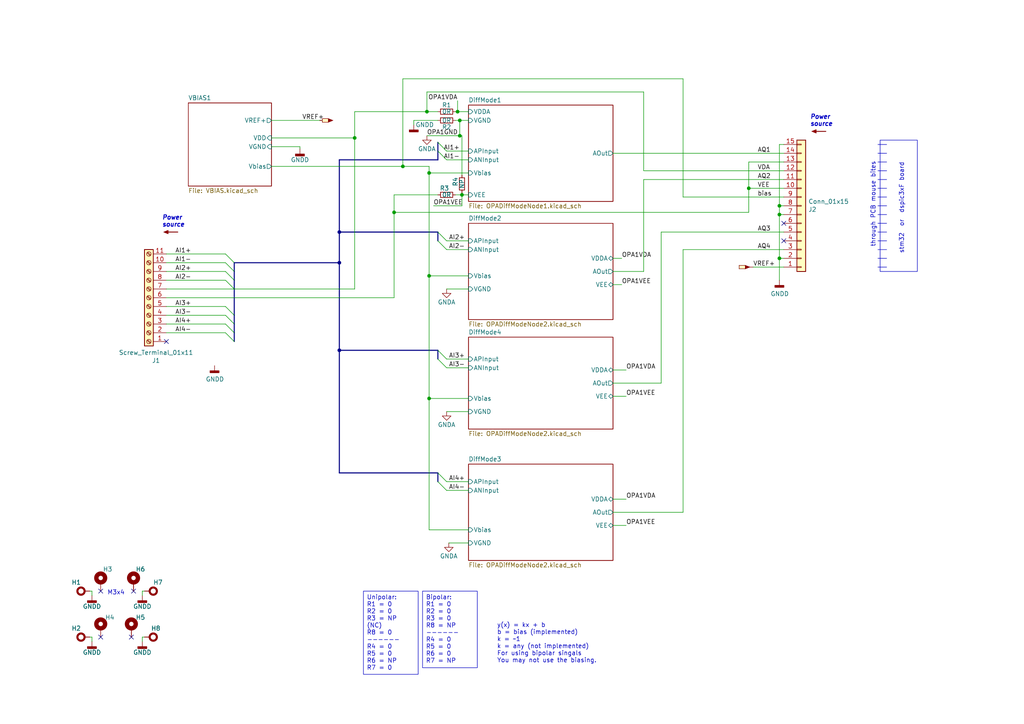
<source format=kicad_sch>
(kicad_sch (version 20250114) (generator "eeschema") (generator_version "9.0")
  (paper "A4")
  (lib_symbols
    (symbol "Connector:Screw_Terminal_01x11" (pin_names (offset 1.016) (hide yes))
      (property "Reference" "J" (at 0 15.24 0))
      (property "Value" "Screw_Terminal_01x11" (at 0 -15.24 0))
      (symbol "Screw_Terminal_01x11_1_1"
        (rectangle (start -1.27 13.97) (end 1.27 -13.97) (stroke (width 0.254)) (fill (type background)))
        (polyline (pts (xy -0.5334 13.0302) (xy 0.3302 12.192)) (stroke (width 0.1524)))
        (polyline (pts (xy -0.5334 10.4902) (xy 0.3302 9.652)) (stroke (width 0.1524)))
        (polyline (pts (xy -0.5334 7.9502) (xy 0.3302 7.112)) (stroke (width 0.1524)))
        (polyline (pts (xy -0.5334 5.4102) (xy 0.3302 4.572)) (stroke (width 0.1524)))
        (polyline (pts (xy -0.5334 2.8702) (xy 0.3302 2.032)) (stroke (width 0.1524)))
        (polyline (pts (xy -0.5334 0.3302) (xy 0.3302 -0.508)) (stroke (width 0.1524)))
        (polyline (pts (xy -0.5334 -2.2098) (xy 0.3302 -3.048)) (stroke (width 0.1524)))
        (polyline (pts (xy -0.5334 -4.7498) (xy 0.3302 -5.588)) (stroke (width 0.1524)))
        (polyline (pts (xy -0.5334 -7.2898) (xy 0.3302 -8.128)) (stroke (width 0.1524)))
        (polyline (pts (xy -0.5334 -9.8298) (xy 0.3302 -10.668)) (stroke (width 0.1524)))
        (polyline (pts (xy -0.5334 -12.3698) (xy 0.3302 -13.208)) (stroke (width 0.1524)))
        (polyline (pts (xy -0.3556 13.208) (xy 0.508 12.3698)) (stroke (width 0.1524)))
        (polyline (pts (xy -0.3556 10.668) (xy 0.508 9.8298)) (stroke (width 0.1524)))
        (polyline (pts (xy -0.3556 8.128) (xy 0.508 7.2898)) (stroke (width 0.1524)))
        (polyline (pts (xy -0.3556 5.588) (xy 0.508 4.7498)) (stroke (width 0.1524)))
        (polyline (pts (xy -0.3556 3.048) (xy 0.508 2.2098)) (stroke (width 0.1524)))
        (polyline (pts (xy -0.3556 0.508) (xy 0.508 -0.3302)) (stroke (width 0.1524)))
        (polyline (pts (xy -0.3556 -2.032) (xy 0.508 -2.8702)) (stroke (width 0.1524)))
        (polyline (pts (xy -0.3556 -4.572) (xy 0.508 -5.4102)) (stroke (width 0.1524)))
        (polyline (pts (xy -0.3556 -7.112) (xy 0.508 -7.9502)) (stroke (width 0.1524)))
        (polyline (pts (xy -0.3556 -9.652) (xy 0.508 -10.4902)) (stroke (width 0.1524)))
        (polyline (pts (xy -0.3556 -12.192) (xy 0.508 -13.0302)) (stroke (width 0.1524)))
        (circle (center 0 12.7) (radius 0.635) (stroke (width 0.1524)))
        (circle (center 0 10.16) (radius 0.635) (stroke (width 0.1524)))
        (circle (center 0 7.62) (radius 0.635) (stroke (width 0.1524)))
        (circle (center 0 5.08) (radius 0.635) (stroke (width 0.1524)))
        (circle (center 0 2.54) (radius 0.635) (stroke (width 0.1524)))
        (circle (center 0 0) (radius 0.635) (stroke (width 0.1524)))
        (circle (center 0 -2.54) (radius 0.635) (stroke (width 0.1524)))
        (circle (center 0 -5.08) (radius 0.635) (stroke (width 0.1524)))
        (circle (center 0 -7.62) (radius 0.635) (stroke (width 0.1524)))
        (circle (center 0 -10.16) (radius 0.635) (stroke (width 0.1524)))
        (circle (center 0 -12.7) (radius 0.635) (stroke (width 0.1524)))
        (pin passive line (at -5.08 12.7 0) (length 3.81) (name "Pin_1") (number "1"))
        (pin passive line (at -5.08 10.16 0) (length 3.81) (name "Pin_2") (number "2"))
        (pin passive line (at -5.08 7.62 0) (length 3.81) (name "Pin_3") (number "3"))
        (pin passive line (at -5.08 5.08 0) (length 3.81) (name "Pin_4") (number "4"))
        (pin passive line (at -5.08 2.54 0) (length 3.81) (name "Pin_5") (number "5"))
        (pin passive line (at -5.08 0 0) (length 3.81) (name "Pin_6") (number "6"))
        (pin passive line (at -5.08 -2.54 0) (length 3.81) (name "Pin_7") (number "7"))
        (pin passive line (at -5.08 -5.08 0) (length 3.81) (name "Pin_8") (number "8"))
        (pin passive line (at -5.08 -7.62 0) (length 3.81) (name "Pin_9") (number "9"))
        (pin passive line (at -5.08 -10.16 0) (length 3.81) (name "Pin_10") (number "10"))
        (pin passive line (at -5.08 -12.7 0) (length 3.81) (name "Pin_11") (number "11"))
      )
    )
    (symbol "Connector_Generic:Conn_01x15" (pin_names (offset 1.016) (hide yes))
      (property "Reference" "J" (at 0 20.32 0))
      (property "Value" "Conn_01x15" (at 0 -20.32 0))
      (symbol "Conn_01x15_1_1"
        (rectangle (start -1.27 19.05) (end 1.27 -19.05) (stroke (width 0.254)) (fill (type background)))
        (rectangle (start -1.27 17.907) (end 0 17.653) (stroke (width 0.1524)))
        (rectangle (start -1.27 15.367) (end 0 15.113) (stroke (width 0.1524)))
        (rectangle (start -1.27 12.827) (end 0 12.573) (stroke (width 0.1524)))
        (rectangle (start -1.27 10.287) (end 0 10.033) (stroke (width 0.1524)))
        (rectangle (start -1.27 7.747) (end 0 7.493) (stroke (width 0.1524)))
        (rectangle (start -1.27 5.207) (end 0 4.953) (stroke (width 0.1524)))
        (rectangle (start -1.27 2.667) (end 0 2.413) (stroke (width 0.1524)))
        (rectangle (start -1.27 0.127) (end 0 -0.127) (stroke (width 0.1524)))
        (rectangle (start -1.27 -2.413) (end 0 -2.667) (stroke (width 0.1524)))
        (rectangle (start -1.27 -4.953) (end 0 -5.207) (stroke (width 0.1524)))
        (rectangle (start -1.27 -7.493) (end 0 -7.747) (stroke (width 0.1524)))
        (rectangle (start -1.27 -10.033) (end 0 -10.287) (stroke (width 0.1524)))
        (rectangle (start -1.27 -12.573) (end 0 -12.827) (stroke (width 0.1524)))
        (rectangle (start -1.27 -15.113) (end 0 -15.367) (stroke (width 0.1524)))
        (rectangle (start -1.27 -17.653) (end 0 -17.907) (stroke (width 0.1524)))
        (pin passive line (at -5.08 17.78 0) (length 3.81) (name "Pin_1") (number "1"))
        (pin passive line (at -5.08 15.24 0) (length 3.81) (name "Pin_2") (number "2"))
        (pin passive line (at -5.08 12.7 0) (length 3.81) (name "Pin_3") (number "3"))
        (pin passive line (at -5.08 10.16 0) (length 3.81) (name "Pin_4") (number "4"))
        (pin passive line (at -5.08 7.62 0) (length 3.81) (name "Pin_5") (number "5"))
        (pin passive line (at -5.08 5.08 0) (length 3.81) (name "Pin_6") (number "6"))
        (pin passive line (at -5.08 2.54 0) (length 3.81) (name "Pin_7") (number "7"))
        (pin passive line (at -5.08 0 0) (length 3.81) (name "Pin_8") (number "8"))
        (pin passive line (at -5.08 -2.54 0) (length 3.81) (name "Pin_9") (number "9"))
        (pin passive line (at -5.08 -5.08 0) (length 3.81) (name "Pin_10") (number "10"))
        (pin passive line (at -5.08 -7.62 0) (length 3.81) (name "Pin_11") (number "11"))
        (pin passive line (at -5.08 -10.16 0) (length 3.81) (name "Pin_12") (number "12"))
        (pin passive line (at -5.08 -12.7 0) (length 3.81) (name "Pin_13") (number "13"))
        (pin passive line (at -5.08 -15.24 0) (length 3.81) (name "Pin_14") (number "14"))
        (pin passive line (at -5.08 -17.78 0) (length 3.81) (name "Pin_15") (number "15"))
      )
    )
    (symbol "Device:R_Small" (pin_numbers (hide yes)) (pin_names (offset 0.254) (hide yes))
      (property "Reference" "R" (at 0.762 0.508 0))
      (property "Value" "R_Small" (at 0.762 -1.016 0))
      (symbol "R_Small_0_1"
        (rectangle (start -0.762 1.778) (end 0.762 -1.778) (stroke (width 0.2032)))
      )
      (symbol "R_Small_1_1"
        (pin passive line (at 0 2.54 270) (length 0.762) (name "~") (number "1"))
        (pin passive line (at 0 -2.54 90) (length 0.762) (name "~") (number "2"))
      )
    )
    (symbol "Graphic:SYM_Arrow_Small" (in_bom no) (on_board no)
      (symbol "SYM_Arrow_Small_0_1"
        (polyline (pts (xy 1.524 0) (xy -2.032 0)) (stroke (width 0.254)))
        (polyline (pts (xy 2.032 0) (xy 0.762 -0.508) (xy 0.762 0.508) (xy 2.032 0)) (fill (type outline)))
      )
    )
    (symbol "Mechanical:MountingHole_Pad" (pin_numbers (hide yes)) (pin_names (offset 1.016) (hide yes))
      (property "Reference" "H" (at 0 6.35 0))
      (property "Value" "MountingHole_Pad" (at 0 4.445 0))
      (symbol "MountingHole_Pad_0_1"
        (circle (center 0 1.27) (radius 1.27) (stroke (width 1.27)))
      )
      (symbol "MountingHole_Pad_1_1"
        (pin input line (at 0 -2.54 90) (length 2.54) (name "1") (number "1"))
      )
    )
    (symbol "MountingHole_Pad_small_1" (pin_numbers (hide yes)) (pin_names (offset 1.016) (hide yes))
      (property "Reference" "H" (at 0 6.35 0))
      (property "Value" "MountingHole_Pad_small" (at 0 4.445 0))
      (symbol "MountingHole_Pad_small_1_1_1"
        (circle (center 0 1.27) (radius 1.0473) (stroke (width 0.6)))
        (pin input line (at 0 -1.27 90) (length 1.27) (name "1") (number "1"))
      )
    )
    (symbol "Sallen-Keys_filter-rescue:SYMFwdOutput_Arrow_Small-osmLIB" (pin_names (offset 1.016))
      (symbol "SYMFwdOutput_Arrow_Small-osmLIB_0_1"
        (polyline (pts (xy 0.762 0) (xy 0 0)))
        (polyline (pts (xy 3.81 0) (xy 2.54 -0.508) (xy 2.54 0.508) (xy 3.81 0)) (fill (type outline)))
      )
      (symbol "SYMFwdOutput_Arrow_Small-osmLIB_1_1"
        (rectangle (start 2.54 -0.508) (end 0.762 0.508) (fill (type background)))
        (pin unspecified line (at 0 0 0) (length 0.762) (name "~") (number "~"))
      )
    )
    (symbol "osmLIB:SYMback_Arrow_Small" (pin_names (offset 1.016))
      (symbol "SYMback_Arrow_Small_0_1"
        (rectangle (start -2.286 -0.508) (end -4.064 0.508) (fill (type background)))
        (polyline (pts (xy -1.016 0) (xy -2.286 -0.508) (xy -2.286 0.508) (xy -1.016 0)) (fill (type outline)))
        (polyline (pts (xy 0 0) (xy -2.032 0)))
      )
    )
    (symbol "power:GNDA" (power) (pin_names (offset 0))
      (property "Value" "GNDA" (at 0 -3.81 0))
      (symbol "GNDA_0_1"
        (polyline (pts (xy 0 0) (xy 0 -1.27) (xy 1.27 -1.27) (xy 0 -2.54) (xy -1.27 -1.27) (xy 0 -1.27)))
      )
      (symbol "GNDA_1_1"
        (pin power_in line (at 0 0 270) (length 0) (hide yes) (name "GNDA") (number "1"))
      )
    )
    (symbol "power:GNDD" (power) (pin_names (offset 0))
      (property "Value" "GNDD" (at 0 -3.175 0))
      (symbol "GNDD_0_1"
        (rectangle (start -1.27 -1.524) (end 1.27 -2.032) (stroke (width 0.254)) (fill (type outline)))
        (polyline (pts (xy 0 0) (xy 0 -1.524)))
      )
      (symbol "GNDD_1_1"
        (pin power_in line (at 0 0 270) (length 0) (hide yes) (name "GNDD") (number "1"))
      )
    )
  )
  (rectangle (start 254.635 59.69) (end 257.175 59.69))
  (rectangle (start 254.635 52.07) (end 257.175 52.07))
  (rectangle (start 254.635 62.23) (end 257.175 62.23))
  (rectangle (start 254.635 44.45) (end 257.175 44.45))
  (rectangle (start 254.635 64.77) (end 257.175 64.77))
  (rectangle (start 254.635 41.91) (end 257.175 41.91))
  (rectangle (start 254.635 72.39) (end 257.175 72.39))
  (rectangle (start 254.635 46.99) (end 257.175 46.99))
  (rectangle (start 254.635 74.93) (end 257.175 74.93))
  (rectangle (start 254.635 67.31) (end 257.175 67.31))
  (rectangle (start 254.635 77.47) (end 257.175 77.47))
  (rectangle (start 254.635 69.85) (end 257.175 69.85))
  (rectangle (start 255.27 40.64) (end 266.065 78.74))
  (rectangle (start 254.635 49.53) (end 257.175 49.53))
  (rectangle (start 254.635 57.15) (end 257.175 57.15))
  (rectangle (start 254.635 54.61) (end 257.175 54.61))
  (text "Power\nsource" (at 46.99 66.04 0) (effects (font (size 1.27 1.27) (thickness 0.254) (bold yes) (italic yes)) (justify left bottom)))
  (text "у(x) = kx + b\nb = bias (implemented)\nk = ~1\nk = any (not implemented)\nFor using bipolar singals\nYou may not use the biasing." (at 144.145 192.405 0) (effects (font (size 1.27 1.27)) (justify left bottom)))
  (text "Power\nsource" (at 234.95 36.83 0) (effects (font (size 1.27 1.27) (thickness 0.254) (bold yes) (italic yes)) (justify left bottom)))
  (text "through PCB mouse bites" (at 254 71.755 90) (effects (font (size 1.27 1.27)) (justify left bottom)))
  (text "stm32  or  dspic3xF board" (at 262.255 73.66 90) (effects (font (size 1.27 1.27)) (justify left bottom)))
  (text "M3x4" (at 31.115 172.72 0) (effects (font (size 1.27 1.27)) (justify left bottom)))
  (text_box "Bipolar:\nR1 = 0\nR2 = 0\nR3 = 0\nR8 = NP\n------\nR4 = 0\nR5 = 0\nR6 = 0\nR7 = NP" (at 122.555 171.45 0) (size 15.875 22.225) (margins 0.9525 0.9525 0.9525 0.9525) (effects (font (size 1.27 1.27)) (justify left top)))
  (text_box "Unipolar:\nR1 = 0\nR2 = 0\nR3 = NP (NC)\nR8 = 0\n------\nR4 = 0\nR5 = 0\nR6 = NP\nR7 = 0" (at 105.41 171.45 0) (size 15.875 24.13) (margins 0.9525 0.9525 0.9525 0.9525) (effects (font (size 1.27 1.27)) (justify left top)))
  (junction (at 116.84 48.26))
  (junction (at 226.06 62.23))
  (junction (at 123.825 32.385))
  (junction (at 133.35 39.37))
  (junction (at 98.425 67.31))
  (junction (at 226.06 59.69))
  (junction (at 133.985 56.515))
  (junction (at 114.3 61.595))
  (junction (at 102.87 40.005))
  (junction (at 217.17 54.61))
  (junction (at 132.715 32.385))
  (junction (at 226.06 74.93))
  (junction (at 124.46 80.01))
  (junction (at 98.425 76.2))
  (junction (at 133.35 34.925))
  (junction (at 124.46 50.165))
  (junction (at 124.46 115.57))
  (junction (at 98.425 101.6))
  (no_connect (at 29.21 184.785))
  (no_connect (at 38.735 171.45))
  (no_connect (at 29.21 171.45))
  (no_connect (at 227.33 64.77))
  (no_connect (at 48.26 99.06))
  (no_connect (at 227.33 69.85))
  (no_connect (at 38.1 184.785))
  (bus_entry (at 127 67.31) (size 2.54 2.54))
  (bus_entry (at 65.405 81.28) (size 2.54 2.54))
  (bus_entry (at 127 69.85) (size 2.54 2.54))
  (bus_entry (at 127 137.16) (size 2.54 2.54))
  (bus_entry (at 127 104.14) (size 2.54 2.54))
  (bus_entry (at 127 43.815) (size 2.54 2.54))
  (bus_entry (at 127 41.275) (size 2.54 2.54))
  (bus_entry (at 65.405 78.74) (size 2.54 2.54))
  (bus_entry (at 127 101.6) (size 2.54 2.54))
  (bus_entry (at 65.405 91.44) (size 2.54 2.54))
  (bus_entry (at 65.405 76.2) (size 2.54 2.54))
  (bus_entry (at 65.405 96.52) (size 2.54 2.54))
  (bus_entry (at 65.405 73.66) (size 2.54 2.54))
  (bus_entry (at 127 139.7) (size 2.54 2.54))
  (bus_entry (at 65.405 93.98) (size 2.54 2.54))
  (bus_entry (at 65.405 88.9) (size 2.54 2.54))
  (wire (pts (xy 48.26 73.66) (xy 65.405 73.66)))
  (bus (pts (xy 67.945 91.44) (xy 67.945 93.98)))
  (wire (pts (xy 48.26 96.52) (xy 65.405 96.52)))
  (wire (pts (xy 78.74 34.925) (xy 92.71 34.925)))
  (wire (pts (xy 78.74 48.26) (xy 116.84 48.26)))
  (wire (pts (xy 133.985 39.37) (xy 133.35 39.37)))
  (wire (pts (xy 114.3 61.595) (xy 114.3 86.36)))
  (wire (pts (xy 48.26 93.98) (xy 65.405 93.98)))
  (wire (pts (xy 48.26 81.28) (xy 65.405 81.28)))
  (wire (pts (xy 177.8 111.125) (xy 191.77 111.125)))
  (wire (pts (xy 226.06 74.93) (xy 226.06 62.23)))
  (wire (pts (xy 78.74 40.005) (xy 102.87 40.005)))
  (wire (pts (xy 186.69 52.07) (xy 227.33 52.07)))
  (bus (pts (xy 67.945 96.52) (xy 67.945 99.06)))
  (wire (pts (xy 177.8 82.55) (xy 180.34 82.55)))
  (wire (pts (xy 226.06 81.28) (xy 226.06 74.93)))
  (wire (pts (xy 41.275 171.45) (xy 41.275 172.72)))
  (wire (pts (xy 41.91 171.45) (xy 41.275 171.45)))
  (wire (pts (xy 123.825 32.385) (xy 123.825 26.67)))
  (wire (pts (xy 116.84 22.86) (xy 198.12 22.86)))
  (wire (pts (xy 129.54 106.68) (xy 135.89 106.68)))
  (wire (pts (xy 102.87 32.385) (xy 102.87 40.005)))
  (bus (pts (xy 98.425 101.6) (xy 127 101.6)))
  (wire (pts (xy 48.26 88.9) (xy 65.405 88.9)))
  (wire (pts (xy 226.06 41.91) (xy 227.33 41.91)))
  (wire (pts (xy 124.46 50.165) (xy 124.46 80.01)))
  (wire (pts (xy 133.35 34.925) (xy 133.35 39.37)))
  (wire (pts (xy 132.08 32.385) (xy 132.715 32.385)))
  (wire (pts (xy 133.985 56.515) (xy 133.985 59.69)))
  (wire (pts (xy 26.67 171.45) (xy 26.67 172.72)))
  (wire (pts (xy 227.33 74.93) (xy 226.06 74.93)))
  (wire (pts (xy 125.73 59.69) (xy 133.985 59.69)))
  (bus (pts (xy 98.425 67.31) (xy 98.425 76.2)))
  (bus (pts (xy 67.945 93.98) (xy 67.945 96.52)))
  (wire (pts (xy 186.69 78.74) (xy 186.69 52.07)))
  (wire (pts (xy 114.3 56.515) (xy 127 56.515)))
  (wire (pts (xy 124.46 153.67) (xy 135.89 153.67)))
  (bus (pts (xy 98.425 76.2) (xy 98.425 101.6)))
  (wire (pts (xy 133.35 34.925) (xy 135.89 34.925)))
  (wire (pts (xy 130.175 157.48) (xy 135.89 157.48)))
  (bus (pts (xy 127 43.815) (xy 127 46.355)))
  (wire (pts (xy 86.995 42.545) (xy 86.995 43.18)))
  (wire (pts (xy 226.06 59.69) (xy 226.06 41.91)))
  (wire (pts (xy 177.8 78.74) (xy 186.69 78.74)))
  (wire (pts (xy 78.74 42.545) (xy 86.995 42.545)))
  (wire (pts (xy 133.985 56.515) (xy 135.89 56.515)))
  (wire (pts (xy 177.8 114.935) (xy 181.61 114.935)))
  (wire (pts (xy 123.825 26.67) (xy 186.69 26.67)))
  (wire (pts (xy 133.985 50.8) (xy 133.985 39.37)))
  (wire (pts (xy 186.69 26.67) (xy 186.69 49.53)))
  (wire (pts (xy 67.945 83.82) (xy 102.87 83.82)))
  (wire (pts (xy 124.46 80.01) (xy 135.89 80.01)))
  (wire (pts (xy 135.89 50.165) (xy 124.46 50.165)))
  (wire (pts (xy 124.46 115.57) (xy 124.46 153.67)))
  (wire (pts (xy 123.825 39.37) (xy 133.35 39.37)))
  (bus (pts (xy 127 46.355) (xy 98.425 46.355)))
  (wire (pts (xy 129.54 72.39) (xy 135.89 72.39)))
  (wire (pts (xy 124.46 50.165) (xy 124.46 48.26)))
  (wire (pts (xy 217.17 54.61) (xy 217.17 46.99)))
  (wire (pts (xy 41.91 184.785) (xy 41.275 184.785)))
  (wire (pts (xy 129.54 119.38) (xy 135.89 119.38)))
  (wire (pts (xy 177.8 107.315) (xy 181.61 107.315)))
  (wire (pts (xy 114.3 56.515) (xy 114.3 61.595)))
  (wire (pts (xy 177.8 144.78) (xy 181.61 144.78)))
  (wire (pts (xy 132.715 29.21) (xy 132.715 32.385)))
  (bus (pts (xy 98.425 101.6) (xy 98.425 137.16)))
  (wire (pts (xy 116.84 48.26) (xy 124.46 48.26)))
  (wire (pts (xy 116.84 22.86) (xy 116.84 48.26)))
  (wire (pts (xy 129.54 46.355) (xy 135.89 46.355)))
  (wire (pts (xy 26.035 171.45) (xy 26.67 171.45)))
  (wire (pts (xy 48.26 91.44) (xy 65.405 91.44)))
  (bus (pts (xy 67.945 76.2) (xy 67.945 78.74)))
  (wire (pts (xy 48.26 83.82) (xy 67.945 83.82)))
  (bus (pts (xy 98.425 76.2) (xy 67.945 76.2)))
  (wire (pts (xy 129.54 139.7) (xy 135.89 139.7)))
  (wire (pts (xy 191.77 67.31) (xy 227.33 67.31)))
  (wire (pts (xy 26.035 184.785) (xy 26.67 184.785)))
  (wire (pts (xy 114.3 61.595) (xy 217.17 61.595)))
  (wire (pts (xy 133.985 55.88) (xy 133.985 56.515)))
  (wire (pts (xy 177.8 74.93) (xy 180.34 74.93)))
  (wire (pts (xy 132.08 34.925) (xy 133.35 34.925)))
  (wire (pts (xy 129.54 104.14) (xy 135.89 104.14)))
  (wire (pts (xy 135.89 115.57) (xy 124.46 115.57)))
  (wire (pts (xy 177.8 44.45) (xy 227.33 44.45)))
  (wire (pts (xy 129.54 83.82) (xy 135.89 83.82)))
  (bus (pts (xy 127 41.275) (xy 127 43.815)))
  (wire (pts (xy 177.8 148.59) (xy 198.12 148.59)))
  (bus (pts (xy 98.425 67.31) (xy 127 67.31)))
  (bus (pts (xy 98.425 46.355) (xy 98.425 67.31)))
  (wire (pts (xy 227.33 62.23) (xy 226.06 62.23)))
  (wire (pts (xy 26.67 184.785) (xy 26.67 186.055)))
  (wire (pts (xy 198.12 148.59) (xy 198.12 72.39)))
  (wire (pts (xy 48.26 76.2) (xy 65.405 76.2)))
  (wire (pts (xy 102.87 40.005) (xy 102.87 83.82)))
  (wire (pts (xy 191.77 67.31) (xy 191.77 111.125)))
  (wire (pts (xy 129.54 69.85) (xy 135.89 69.85)))
  (wire (pts (xy 129.54 43.815) (xy 135.89 43.815)))
  (wire (pts (xy 198.12 72.39) (xy 227.33 72.39)))
  (wire (pts (xy 48.26 78.74) (xy 65.405 78.74)))
  (wire (pts (xy 198.12 22.86) (xy 198.12 57.15)))
  (wire (pts (xy 120.015 34.925) (xy 127 34.925)))
  (wire (pts (xy 102.87 32.385) (xy 123.825 32.385)))
  (wire (pts (xy 41.275 184.785) (xy 41.275 186.055)))
  (wire (pts (xy 177.8 152.4) (xy 181.61 152.4)))
  (wire (pts (xy 217.17 61.595) (xy 217.17 54.61)))
  (wire (pts (xy 124.46 80.01) (xy 124.46 115.57)))
  (wire (pts (xy 129.54 142.24) (xy 135.89 142.24)))
  (wire (pts (xy 217.17 46.99) (xy 227.33 46.99)))
  (wire (pts (xy 123.825 32.385) (xy 127 32.385)))
  (wire (pts (xy 227.33 54.61) (xy 217.17 54.61)))
  (bus (pts (xy 127 101.6) (xy 127 104.14)))
  (wire (pts (xy 227.33 59.69) (xy 226.06 59.69)))
  (bus (pts (xy 127 67.31) (xy 127 69.85)))
  (bus (pts (xy 67.945 81.28) (xy 67.945 83.82)))
  (wire (pts (xy 186.69 49.53) (xy 227.33 49.53)))
  (wire (pts (xy 218.44 77.47) (xy 227.33 77.47)))
  (bus (pts (xy 98.425 137.16) (xy 127 137.16)))
  (bus (pts (xy 127 137.16) (xy 127 139.7)))
  (wire (pts (xy 198.12 57.15) (xy 227.33 57.15)))
  (wire (pts (xy 132.08 56.515) (xy 133.985 56.515)))
  (wire (pts (xy 132.715 32.385) (xy 135.89 32.385)))
  (wire (pts (xy 226.06 62.23) (xy 226.06 59.69)))
  (bus (pts (xy 67.945 78.74) (xy 67.945 81.28)))
  (wire (pts (xy 48.26 86.36) (xy 114.3 86.36)))
  (bus (pts (xy 67.945 83.82) (xy 67.945 91.44)))
  (wire (pts (xy 120.015 34.925) (xy 120.015 36.195)))
  (label "AI2-" (at 50.8 81.28 0))
  (label "OPA1VDA" (at 180.34 74.93 0))
  (label "OPA1VEE" (at 181.61 152.4 0))
  (label "AQ2" (at 219.71 52.07 0))
  (label "AI4+" (at 130.175 139.7 0))
  (label "AI3-" (at 130.175 106.68 0))
  (label "AQ4" (at 219.71 72.39 0))
  (label "OPA1VDA" (at 181.61 107.315 0))
  (label "OPA1GND" (at 123.825 39.37 0))
  (label "AI2+" (at 50.8 78.74 0))
  (label "OPA1VDA" (at 132.715 29.21 180))
  (label "VREF+" (at 218.44 77.47 0))
  (label "AI2+" (at 130.175 69.85 0))
  (label "bias" (at 219.71 57.15 0))
  (label "AI1+" (at 133.35 43.815 180))
  (label "VEE" (at 219.71 54.61 0))
  (label "AI3-" (at 50.8 91.44 0))
  (label "VDA" (at 219.71 49.53 0))
  (label "OPA1VEE" (at 125.73 59.69 0))
  (label "AI4-" (at 50.8 96.52 0))
  (label "AI1+" (at 50.8 73.66 0))
  (label "AI2-" (at 130.175 72.39 0))
  (label "AI1-" (at 50.8 76.2 0))
  (label "AI3+" (at 50.8 88.9 0))
  (label "OPA1VEE" (at 181.61 114.935 0))
  (label "AI4-" (at 130.175 142.24 0))
  (label "VREF+" (at 87.63 34.925 0))
  (label "AQ3" (at 219.71 67.31 0))
  (label "AQ1" (at 219.71 44.45 0))
  (label "AI4+" (at 50.8 93.98 0))
  (label "AI3+" (at 130.175 104.14 0))
  (label "OPA1VDA" (at 181.61 144.78 0))
  (label "OPA1VEE" (at 180.34 82.55 0))
  (label "AI1-" (at 133.35 46.355 180))
  (symbol (lib_id "Connector:Screw_Terminal_01x11") (at 43.18 86.36 180) (unit 1)
    (property "Reference" "J1" (at 45.2628 104.5718 0))
    (property "Value" "Screw_Terminal_01x11" (at 45.2628 102.2604 0))
    (property "Footprint" "TerminalBlock_Phoenix:TerminalBlock_Phoenix_PT-1,5-11-3.5-H_1x11_P3.50mm_Horizontal" (effects (hide yes)))
  )
  (symbol (lib_id "Connector_Generic:Conn_01x15") (at 232.41 59.69 0) (mirror x) (unit 1)
    (property "Reference" "J2" (at 234.442 60.7568 0) (effects (justify left)))
    (property "Value" "Conn_01x15" (at 234.442 58.4454 0) (effects (justify left)))
    (property "Footprint" "Connector_PinSocket_2.54mm:PinSocket_1x15_P2.54mm_Vertical" (effects (hide yes)))
  )
  (symbol (lib_id "power:GNDD") (at 62.23 106.045 0) (unit 1)
    (property "Reference" "#PWR05" (effects (hide yes)))
    (property "Value" "GNDD" (at 62.3316 109.982 0))
  )
  (symbol (lib_id "power:GNDD") (at 226.06 81.28 0) (unit 1)
    (property "Reference" "#PWR08" (effects (hide yes)))
    (property "Value" "GNDD" (at 226.1616 85.217 0))
  )
  (symbol (lib_id "Graphic:SYM_Arrow_Small") (at 237.49 38.1 180) (unit 1)
    (property "Reference" "#SYM4" (effects (hide yes)))
    (property "Value" "SYM_Arrow_Small" (effects (hide yes)))
  )
  (symbol (lib_id "osmLIB:SYMback_Arrow_Small") (at 218.44 77.47 0) (unit 1)
    (property "Reference" "#SYM3" (effects (hide yes)))
    (property "Value" "SYMback_Arrow_Small" (effects (hide yes)))
  )
  (symbol (lib_id "Sallen-Keys_filter-rescue:SYMFwdOutput_Arrow_Small-osmLIB") (at 92.71 34.925 0) (unit 1)
    (property "Reference" "#SYM2" (effects (hide yes)))
    (property "Value" "SYMFwdOutput_Arrow_Small" (effects (hide yes)))
  )
  (symbol (lib_id "Graphic:SYM_Arrow_Small") (at 49.53 67.31 180) (unit 1)
    (property "Reference" "#SYM1" (effects (hide yes)))
    (property "Value" "SYM_Arrow_Small" (effects (hide yes)))
  )
  (symbol (lib_id "Mechanical:MountingHole_Pad") (at 29.21 182.245 0) (unit 1)
    (property "Reference" "H4" (at 30.48 179.07 0) (effects (justify left)))
    (property "Value" "MountingHole_Pad" (effects (hide yes)))
    (property "Footprint" "MountingHole:MountingHole_3.2mm_M3_DIN965_Pad" (effects (hide yes)))
  )
  (symbol (lib_id "power:GNDD") (at 26.67 172.72 0) (unit 1)
    (property "Reference" "#PWR01" (effects (hide yes)))
    (property "Value" "GNDD" (at 26.67 175.895 0))
  )
  (symbol (lib_name "MountingHole_Pad_small_1") (lib_id "osmLIB:MountingHole_Pad_small") (at 24.765 171.45 90) (unit 1) (exclude_from_sim yes) (in_bom no)
    (property "Reference" "H1" (at 23.495 168.91 90) (effects (justify left)))
    (property "Value" "MountingHole_Pad_small" (effects (hide yes)))
    (property "Footprint" "MyLIBS:Hole_pad_1mm" (effects (hide yes)))
  )
  (symbol (lib_id "power:GNDD") (at 26.67 186.055 0) (unit 1)
    (property "Reference" "#PWR02" (effects (hide yes)))
    (property "Value" "GNDD" (at 26.67 189.23 0))
  )
  (symbol (lib_id "power:GNDA") (at 129.54 83.82 0) (unit 1)
    (property "Reference" "#PWR016" (effects (hide yes)))
    (property "Value" "GNDA" (at 129.54 87.63 0))
  )
  (symbol (lib_id "power:GNDA") (at 130.175 157.48 0) (unit 1)
    (property "Reference" "#PWR018" (effects (hide yes)))
    (property "Value" "GNDA" (at 130.175 161.29 0))
  )
  (symbol (lib_id "power:GNDD") (at 120.015 36.195 0) (unit 1)
    (property "Reference" "#PWR07" (effects (hide yes)))
    (property "Value" "GNDD" (at 123.19 36.195 0))
  )
  (symbol (lib_id "Device:R_Small") (at 133.985 53.34 0) (unit 1)
    (property "Reference" "R4" (at 132.08 52.705 90))
    (property "Value" "NP" (at 133.985 53.34 90))
    (property "Footprint" "Resistor_SMD:R_0805_2012Metric" (effects (hide yes)))
  )
  (symbol (lib_name "MountingHole_Pad_small_1") (lib_id "osmLIB:MountingHole_Pad_small") (at 24.765 184.785 90) (unit 1) (exclude_from_sim yes) (in_bom no)
    (property "Reference" "H2" (at 23.495 182.245 90) (effects (justify left)))
    (property "Value" "MountingHole_Pad_small" (effects (hide yes)))
    (property "Footprint" "MyLIBS:Hole_pad_1mm" (effects (hide yes)))
  )
  (symbol (lib_id "Device:R_Small") (at 129.54 32.385 90) (unit 1)
    (property "Reference" "R1" (at 129.54 30.48 90))
    (property "Value" "0R" (at 129.54 32.385 90))
    (property "Footprint" "Resistor_SMD:R_0805_2012Metric" (effects (hide yes)))
  )
  (symbol (lib_id "power:GNDD") (at 41.275 186.055 0) (mirror y) (unit 1)
    (property "Reference" "#PWR04" (effects (hide yes)))
    (property "Value" "GNDD" (at 41.275 189.23 0))
  )
  (symbol (lib_id "Mechanical:MountingHole_Pad") (at 38.735 168.91 0) (unit 1)
    (property "Reference" "H6" (at 39.37 165.1 0) (effects (justify left)))
    (property "Value" "MountingHole_Pad" (effects (hide yes)))
    (property "Footprint" "MountingHole:MountingHole_3.2mm_M3_DIN965_Pad" (effects (hide yes)))
  )
  (symbol (lib_id "Device:R_Small") (at 129.54 34.925 90) (unit 1)
    (property "Reference" "R2" (at 129.54 36.83 90))
    (property "Value" "0R" (at 129.54 34.925 90))
    (property "Footprint" "Resistor_SMD:R_0805_2012Metric" (effects (hide yes)))
  )
  (symbol (lib_id "Device:R_Small") (at 129.54 56.515 90) (unit 1)
    (property "Reference" "R3" (at 128.905 54.61 90))
    (property "Value" "0R" (at 129.54 56.515 90))
    (property "Footprint" "Resistor_SMD:R_0805_2012Metric" (effects (hide yes)))
  )
  (symbol (lib_id "Mechanical:MountingHole_Pad") (at 38.1 182.245 0) (unit 1)
    (property "Reference" "H5" (at 39.37 179.07 0) (effects (justify left)))
    (property "Value" "MountingHole_Pad" (effects (hide yes)))
    (property "Footprint" "MountingHole:MountingHole_3.2mm_M3_DIN965_Pad" (effects (hide yes)))
  )
  (symbol (lib_id "power:GNDA") (at 123.825 39.37 0) (unit 1)
    (property "Reference" "#PWR015" (effects (hide yes)))
    (property "Value" "GNDA" (at 123.825 43.18 0))
  )
  (symbol (lib_name "MountingHole_Pad_small_1") (lib_id "osmLIB:MountingHole_Pad_small") (at 43.18 184.785 270) (mirror x) (unit 1) (exclude_from_sim yes) (in_bom no)
    (property "Reference" "H8" (at 43.815 182.245 90) (effects (justify left)))
    (property "Value" "MountingHole_Pad_small" (effects (hide yes)))
    (property "Footprint" "MyLIBS:Hole_pad_1mm" (effects (hide yes)))
  )
  (symbol (lib_name "MountingHole_Pad_small_1") (lib_id "osmLIB:MountingHole_Pad_small") (at 43.18 171.45 270) (mirror x) (unit 1) (exclude_from_sim yes) (in_bom no)
    (property "Reference" "H7" (at 44.45 168.91 90) (effects (justify left)))
    (property "Value" "MountingHole_Pad_small" (effects (hide yes)))
    (property "Footprint" "MyLIBS:Hole_pad_1mm" (effects (hide yes)))
  )
  (symbol (lib_id "power:GNDD") (at 86.995 43.18 0) (unit 1)
    (property "Reference" "#PWR06" (effects (hide yes)))
    (property "Value" "GNDD" (at 86.995 46.355 0))
  )
  (symbol (lib_id "power:GNDA") (at 129.54 119.38 0) (unit 1)
    (property "Reference" "#PWR017" (effects (hide yes)))
    (property "Value" "GNDA" (at 129.54 123.19 0))
  )
  (symbol (lib_id "power:GNDD") (at 41.275 172.72 0) (mirror y) (unit 1)
    (property "Reference" "#PWR03" (effects (hide yes)))
    (property "Value" "GNDD" (at 41.275 175.895 0))
  )
  (symbol (lib_id "Mechanical:MountingHole_Pad") (at 29.21 168.91 0) (unit 1)
    (property "Reference" "H3" (at 29.845 165.1 0) (effects (justify left)))
    (property "Value" "MountingHole_Pad" (effects (hide yes)))
    (property "Footprint" "MountingHole:MountingHole_3.2mm_M3_DIN965_Pad" (effects (hide yes)))
  )
  (sheet (at 135.89 30.48) (size 41.91 27.94)
    (property "Sheetname" "DiffMode1" (at 135.89 29.7684 0) (effects (justify left bottom)))
    (property "Sheetfile" "OPADiffModeNode1.kicad_sch" (at 135.89 59.0046 0) (effects (justify left top)))
    (pin "Vbias" input (at 135.89 50.165 180))
    (pin "VDDA" input (at 135.89 32.385 180))
    (pin "VEE" input (at 135.89 56.515 180))
    (pin "AOut" output (at 177.8 44.45 0))
    (pin "VGND" input (at 135.89 34.925 180))
    (pin "ANInput" input (at 135.89 46.355 180))
    (pin "APInput" input (at 135.89 43.815 180))
  )
  (sheet (at 54.61 29.845) (size 24.13 24.13)
    (property "Sheetname" "VBIAS1" (at 54.61 29.1334 0) (effects (justify left bottom)))
    (property "Sheetfile" "VBIAS.kicad_sch" (at 54.61 54.5596 0) (effects (justify left top)))
    (pin "VREF+" output (at 78.74 34.925 0))
    (pin "Vbias" output (at 78.74 48.26 0))
    (pin "VDD" input (at 78.74 40.005 0))
    (pin "VGND" input (at 78.74 42.545 0))
  )
  (sheet (at 135.89 64.77) (size 41.91 27.94)
    (property "Sheetname" "DiffMode2" (at 135.89 64.0584 0) (effects (justify left bottom)))
    (property "Sheetfile" "OPADiffModeNode2.kicad_sch" (at 135.89 93.2946 0) (effects (justify left top)))
    (pin "Vbias" input (at 135.89 80.01 180))
    (pin "AOut" output (at 177.8 78.74 0))
    (pin "VEE" bidirectional (at 177.8 82.55 0))
    (pin "VDDA" bidirectional (at 177.8 74.93 0))
    (pin "VGND" input (at 135.89 83.82 180))
    (pin "ANInput" input (at 135.89 72.39 180))
    (pin "APInput" input (at 135.89 69.85 180))
  )
  (sheet (at 135.89 134.62) (size 41.91 27.94)
    (property "Sheetname" "DiffMode3" (at 135.89 133.9084 0) (effects (justify left bottom)))
    (property "Sheetfile" "OPADiffModeNode2.kicad_sch" (at 135.89 163.1446 0) (effects (justify left top)))
    (pin "Vbias" input (at 135.89 153.67 180))
    (pin "AOut" output (at 177.8 148.59 0))
    (pin "VGND" input (at 135.89 157.48 180))
    (pin "ANInput" input (at 135.89 142.24 180))
    (pin "APInput" input (at 135.89 139.7 180))
    (pin "VDDA" bidirectional (at 177.8 144.78 0))
    (pin "VEE" bidirectional (at 177.8 152.4 0))
  )
  (sheet (at 135.89 97.79) (size 41.91 26.67)
    (property "Sheetname" "DiffMode4" (at 135.89 97.0784 0) (effects (justify left bottom)))
    (property "Sheetfile" "OPADiffModeNode2.kicad_sch" (at 135.89 125.0446 0) (effects (justify left top)))
    (pin "Vbias" input (at 135.89 115.57 180))
    (pin "AOut" output (at 177.8 111.125 0))
    (pin "VEE" bidirectional (at 177.8 114.935 0))
    (pin "VDDA" bidirectional (at 177.8 107.315 0))
    (pin "VGND" input (at 135.89 119.38 180))
    (pin "ANInput" input (at 135.89 106.68 180))
    (pin "APInput" input (at 135.89 104.14 180))
  )
)
</source>
